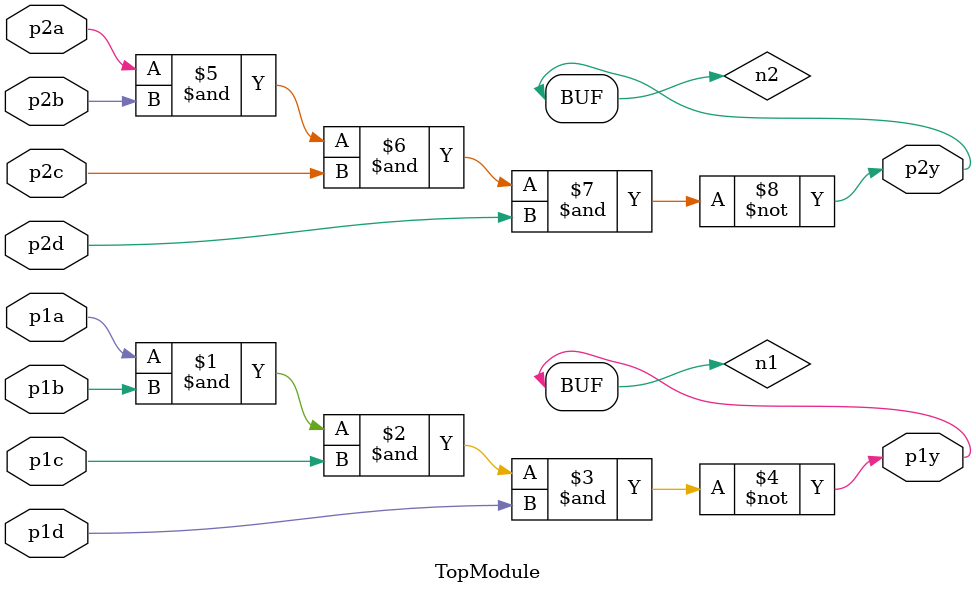
<source format=sv>

module TopModule (
  input p1a,
  input p1b,
  input p1c,
  input p1d,
  output p1y,
  input p2a,
  input p2b,
  input p2c,
  input p2d,
  output p2y
);
  wire n1, n2;
  
  assign n1 = ~(p1a & p1b & p1c & p1d);
  assign p1y = n1;
  
  assign n2 = ~(p2a & p2b & p2c & p2d);
  assign p2y = n2;
  
endmodule

</source>
